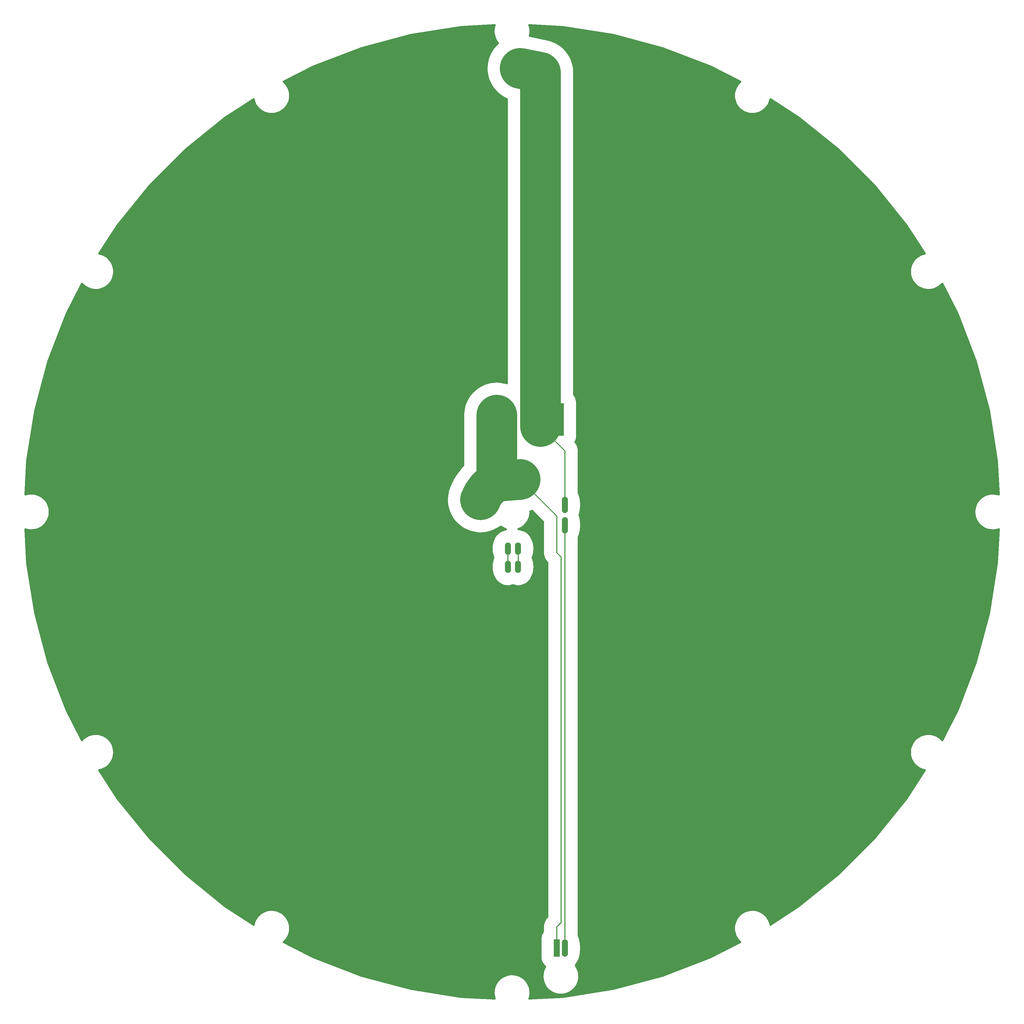
<source format=gbr>
G04 DipTrace 2.3.1.0*
%INBottom  58742 rev4 Onyx Blackpoint Engineering.gbr*%
%MOIN*%
%ADD13C,0.013*%
%ADD14C,0.5*%
%ADD18C,0.025*%
%ADD20O,0.075X0.2*%
%ADD21O,0.075X0.15*%
%ADD22O,0.075X0.2125*%
%ADD32C,0.06*%
%FSLAX44Y44*%
G04*
G70*
G90*
G75*
G01*
%LNBottom*%
%LPD*%
X64464Y60464D2*
D13*
Y58214D1*
X65714Y60464D2*
Y58214D1*
X70464Y11964D2*
Y14003D1*
X70994Y14481D1*
Y59434D1*
X70464Y59964D1*
Y64464D1*
X65964Y68964D1*
D14*
X63089Y68714D1*
G03X61089Y66464I1966J-3761D01*
G01*
X63089Y68714D2*
Y76839D1*
X65964Y119464D2*
X68464Y118964D1*
Y75464D1*
D13*
X71464Y72464D1*
Y65964D1*
Y63464D2*
Y11464D1*
D32*
X65589Y119089D3*
X69964Y118839D3*
X68214Y118901D3*
X69089D3*
X66464Y119026D3*
X67339D3*
X64714Y119089D3*
X60589Y65214D3*
X60839Y66214D3*
X61339Y67089D3*
X62089Y67839D3*
X63089Y68339D3*
X64214Y68589D3*
X65339Y68464D3*
X60246Y124612D2*
D18*
X62754D1*
X67175D2*
X69680D1*
X57660Y124363D2*
X62700D1*
X67226D2*
X72266D1*
X56089Y124115D2*
X62676D1*
X67250D2*
X73836D1*
X54519Y123866D2*
X62680D1*
X67250D2*
X75407D1*
X52949Y123617D2*
X62711D1*
X67218D2*
X76977D1*
X51851Y123369D2*
X62770D1*
X67546D2*
X78075D1*
X50925Y123120D2*
X62860D1*
X68789D2*
X79004D1*
X49996Y122871D2*
X62985D1*
X69839D2*
X79930D1*
X49066Y122623D2*
X63157D1*
X70414D2*
X80860D1*
X48140Y122374D2*
X63000D1*
X70828D2*
X81789D1*
X47211Y122125D2*
X62774D1*
X71152D2*
X82715D1*
X46343Y121877D2*
X62582D1*
X71421D2*
X83586D1*
X45695Y121628D2*
X62414D1*
X71652D2*
X84231D1*
X45046Y121379D2*
X62274D1*
X71843D2*
X84879D1*
X44398Y121131D2*
X62153D1*
X72011D2*
X85528D1*
X43750Y120882D2*
X62055D1*
X72152D2*
X86176D1*
X43101Y120633D2*
X61973D1*
X72273D2*
X86825D1*
X42457Y120384D2*
X61907D1*
X72371D2*
X87473D1*
X41808Y120136D2*
X61860D1*
X72453D2*
X88121D1*
X41160Y119887D2*
X61825D1*
X72519D2*
X88766D1*
X40539Y119638D2*
X61809D1*
X72570D2*
X89387D1*
X40050Y119390D2*
X61805D1*
X72601D2*
X89875D1*
X39562Y119141D2*
X61817D1*
X72621D2*
X90364D1*
X39074Y118892D2*
X61844D1*
X72625D2*
X90852D1*
X38589Y118644D2*
X61887D1*
X72625D2*
X91340D1*
X38101Y118395D2*
X61946D1*
X72625D2*
X91829D1*
X37613Y118146D2*
X62020D1*
X72625D2*
X92317D1*
X37125Y117898D2*
X62114D1*
X72625D2*
X92805D1*
X37121Y117649D2*
X62223D1*
X72625D2*
X92809D1*
X37320Y117400D2*
X62356D1*
X72625D2*
X92606D1*
X37472Y117152D2*
X62512D1*
X72625D2*
X92457D1*
X37582Y116903D2*
X62692D1*
X72625D2*
X92344D1*
X37660Y116654D2*
X62907D1*
X72625D2*
X92270D1*
X37707Y116405D2*
X63157D1*
X72625D2*
X92223D1*
X37726Y116157D2*
X63457D1*
X72625D2*
X92204D1*
X37718Y115908D2*
X63829D1*
X72625D2*
X92211D1*
X37683Y115659D2*
X64305D1*
X72625D2*
X92246D1*
X32843Y115411D2*
X33254D1*
X37617D2*
X64305D1*
X72625D2*
X92313D1*
X96671D2*
X97082D1*
X32461Y115162D2*
X33352D1*
X37519D2*
X64305D1*
X72625D2*
X92407D1*
X96574D2*
X97465D1*
X32078Y114913D2*
X33485D1*
X37386D2*
X64305D1*
X72625D2*
X92539D1*
X96441D2*
X97848D1*
X31695Y114665D2*
X33664D1*
X37207D2*
X64305D1*
X72625D2*
X92719D1*
X96261D2*
X98231D1*
X31312Y114416D2*
X33903D1*
X36968D2*
X64305D1*
X72625D2*
X92957D1*
X96023D2*
X98614D1*
X30929Y114167D2*
X34243D1*
X36632D2*
X64305D1*
X72625D2*
X93297D1*
X95687D2*
X98996D1*
X30546Y113919D2*
X34829D1*
X36046D2*
X64305D1*
X72625D2*
X93883D1*
X95101D2*
X99379D1*
X30164Y113670D2*
X64305D1*
X72625D2*
X99762D1*
X29781Y113421D2*
X64305D1*
X72625D2*
X100145D1*
X29476Y113173D2*
X64305D1*
X72625D2*
X100454D1*
X29168Y112924D2*
X64305D1*
X72625D2*
X100758D1*
X28859Y112675D2*
X64305D1*
X72625D2*
X101067D1*
X28554Y112426D2*
X64305D1*
X72625D2*
X101375D1*
X28246Y112178D2*
X64305D1*
X72625D2*
X101680D1*
X27937Y111929D2*
X64305D1*
X72625D2*
X101989D1*
X27632Y111680D2*
X64305D1*
X72625D2*
X102293D1*
X27324Y111432D2*
X64305D1*
X72625D2*
X102602D1*
X27019Y111183D2*
X64305D1*
X72625D2*
X102911D1*
X26711Y110934D2*
X64305D1*
X72625D2*
X103215D1*
X26402Y110686D2*
X64305D1*
X72625D2*
X103524D1*
X26097Y110437D2*
X64305D1*
X72625D2*
X103832D1*
X25789Y110188D2*
X64305D1*
X72625D2*
X104137D1*
X25484Y109940D2*
X64305D1*
X72625D2*
X104446D1*
X25175Y109691D2*
X64305D1*
X72625D2*
X104750D1*
X24875Y109442D2*
X64305D1*
X72625D2*
X105051D1*
X24629Y109194D2*
X64305D1*
X72625D2*
X105301D1*
X24379Y108945D2*
X64305D1*
X72625D2*
X105547D1*
X24129Y108696D2*
X64305D1*
X72625D2*
X105797D1*
X23882Y108447D2*
X64305D1*
X72625D2*
X106047D1*
X23632Y108199D2*
X64305D1*
X72625D2*
X106293D1*
X23382Y107950D2*
X64305D1*
X72625D2*
X106543D1*
X23136Y107701D2*
X64305D1*
X72625D2*
X106793D1*
X22886Y107453D2*
X64305D1*
X72625D2*
X107039D1*
X22636Y107204D2*
X64305D1*
X72625D2*
X107289D1*
X22390Y106955D2*
X64305D1*
X72625D2*
X107539D1*
X22140Y106707D2*
X64305D1*
X72625D2*
X107786D1*
X21890Y106458D2*
X64305D1*
X72625D2*
X108036D1*
X21644Y106209D2*
X64305D1*
X72625D2*
X108286D1*
X21394Y105961D2*
X64305D1*
X72625D2*
X108532D1*
X21144Y105712D2*
X64305D1*
X72625D2*
X108782D1*
X20898Y105463D2*
X64305D1*
X72625D2*
X109032D1*
X20648Y105215D2*
X64305D1*
X72625D2*
X109278D1*
X20414Y104966D2*
X64305D1*
X72625D2*
X109512D1*
X20214Y104717D2*
X64305D1*
X72625D2*
X109715D1*
X20011Y104468D2*
X64305D1*
X72625D2*
X109914D1*
X19808Y104220D2*
X64305D1*
X72625D2*
X110118D1*
X19609Y103971D2*
X64305D1*
X72625D2*
X110317D1*
X19406Y103722D2*
X64305D1*
X72625D2*
X110520D1*
X19207Y103474D2*
X64305D1*
X72625D2*
X110723D1*
X19004Y103225D2*
X64305D1*
X72625D2*
X110922D1*
X18804Y102976D2*
X64305D1*
X72625D2*
X111125D1*
X18601Y102728D2*
X64305D1*
X72625D2*
X111325D1*
X18402Y102479D2*
X64305D1*
X72625D2*
X111528D1*
X18199Y102230D2*
X64305D1*
X72625D2*
X111727D1*
X17996Y101982D2*
X64305D1*
X72625D2*
X111930D1*
X17796Y101733D2*
X64305D1*
X72625D2*
X112129D1*
X17593Y101484D2*
X64305D1*
X72625D2*
X112332D1*
X17394Y101236D2*
X64305D1*
X72625D2*
X112536D1*
X17191Y100987D2*
X64305D1*
X72625D2*
X112735D1*
X16992Y100738D2*
X64305D1*
X72625D2*
X112938D1*
X16789Y100489D2*
X64305D1*
X72625D2*
X113137D1*
X16589Y100241D2*
X64305D1*
X72625D2*
X113340D1*
X16414Y99992D2*
X64305D1*
X72625D2*
X113512D1*
X16254Y99743D2*
X64305D1*
X72625D2*
X113672D1*
X16093Y99495D2*
X64305D1*
X72625D2*
X113836D1*
X15929Y99246D2*
X64305D1*
X72625D2*
X113996D1*
X15769Y98997D2*
X64305D1*
X72625D2*
X114157D1*
X15609Y98749D2*
X64305D1*
X72625D2*
X114321D1*
X15445Y98500D2*
X64305D1*
X72625D2*
X114481D1*
X15285Y98251D2*
X64305D1*
X72625D2*
X114641D1*
X15125Y98003D2*
X64305D1*
X72625D2*
X114805D1*
X14961Y97754D2*
X64305D1*
X72625D2*
X114965D1*
X14800Y97505D2*
X64305D1*
X72625D2*
X115125D1*
X14640Y97257D2*
X64305D1*
X72625D2*
X115289D1*
X14476Y97008D2*
X64305D1*
X72625D2*
X115450D1*
X14316Y96759D2*
X64305D1*
X72625D2*
X115610D1*
X14871Y96510D2*
X64305D1*
X72625D2*
X115055D1*
X15257Y96262D2*
X64305D1*
X72625D2*
X114668D1*
X15523Y96013D2*
X64305D1*
X72625D2*
X114403D1*
X15718Y95764D2*
X64305D1*
X72625D2*
X114207D1*
X15867Y95516D2*
X64305D1*
X72625D2*
X114063D1*
X15972Y95267D2*
X64305D1*
X72625D2*
X113954D1*
X16046Y95018D2*
X64305D1*
X72625D2*
X113879D1*
X16093Y94770D2*
X64305D1*
X72625D2*
X113832D1*
X16109Y94521D2*
X64305D1*
X72625D2*
X113817D1*
X16101Y94272D2*
X64305D1*
X72625D2*
X113829D1*
X16062Y94024D2*
X64305D1*
X72625D2*
X113868D1*
X15996Y93775D2*
X64305D1*
X72625D2*
X113934D1*
X15894Y93526D2*
X64305D1*
X72625D2*
X114032D1*
X15757Y93278D2*
X64305D1*
X72625D2*
X114168D1*
X15574Y93029D2*
X64305D1*
X72625D2*
X114352D1*
X12031Y92780D2*
X12313D1*
X15328D2*
X64305D1*
X72625D2*
X114598D1*
X117617D2*
X117899D1*
X11902Y92531D2*
X12661D1*
X14980D2*
X64305D1*
X72625D2*
X114946D1*
X117269D2*
X118024D1*
X11777Y92283D2*
X13293D1*
X14347D2*
X64305D1*
X72625D2*
X115579D1*
X116636D2*
X118149D1*
X11648Y92034D2*
X64305D1*
X72625D2*
X118278D1*
X11523Y91785D2*
X64305D1*
X72625D2*
X118403D1*
X11398Y91537D2*
X64305D1*
X72625D2*
X118532D1*
X11269Y91288D2*
X64305D1*
X72625D2*
X118657D1*
X11144Y91039D2*
X64305D1*
X72625D2*
X118786D1*
X11015Y90791D2*
X64305D1*
X72625D2*
X118911D1*
X10890Y90542D2*
X64305D1*
X72625D2*
X119039D1*
X10761Y90293D2*
X64305D1*
X72625D2*
X119164D1*
X10636Y90045D2*
X64305D1*
X72625D2*
X119289D1*
X10507Y89796D2*
X64305D1*
X72625D2*
X119418D1*
X10382Y89547D2*
X64305D1*
X72625D2*
X119543D1*
X10257Y89299D2*
X64305D1*
X72625D2*
X119668D1*
X10164Y89050D2*
X64305D1*
X72625D2*
X119762D1*
X10070Y88801D2*
X64305D1*
X72625D2*
X119860D1*
X9972Y88552D2*
X64305D1*
X72625D2*
X119954D1*
X9879Y88304D2*
X64305D1*
X72625D2*
X120051D1*
X9781Y88055D2*
X64305D1*
X72625D2*
X120145D1*
X9687Y87806D2*
X64305D1*
X72625D2*
X120243D1*
X9589Y87558D2*
X64305D1*
X72625D2*
X120336D1*
X9496Y87309D2*
X64305D1*
X72625D2*
X120430D1*
X9402Y87060D2*
X64305D1*
X72625D2*
X120528D1*
X9304Y86812D2*
X64305D1*
X72625D2*
X120621D1*
X9211Y86563D2*
X64305D1*
X72625D2*
X120719D1*
X9113Y86314D2*
X64305D1*
X72625D2*
X120813D1*
X9019Y86066D2*
X64305D1*
X72625D2*
X120911D1*
X8921Y85817D2*
X64305D1*
X72625D2*
X121004D1*
X8828Y85568D2*
X64305D1*
X72625D2*
X121098D1*
X8730Y85320D2*
X64305D1*
X72625D2*
X121196D1*
X8636Y85071D2*
X64305D1*
X72625D2*
X121289D1*
X8543Y84822D2*
X64305D1*
X72625D2*
X121387D1*
X8445Y84573D2*
X64305D1*
X72625D2*
X121481D1*
X8351Y84325D2*
X64305D1*
X72625D2*
X121579D1*
X8254Y84076D2*
X64305D1*
X72625D2*
X121672D1*
X8160Y83827D2*
X64305D1*
X72625D2*
X121770D1*
X8062Y83579D2*
X64305D1*
X72625D2*
X121864D1*
X7984Y83330D2*
X64305D1*
X72625D2*
X121942D1*
X7918Y83081D2*
X64305D1*
X72625D2*
X122008D1*
X7851Y82833D2*
X64305D1*
X72625D2*
X122075D1*
X7785Y82584D2*
X64305D1*
X72625D2*
X122141D1*
X7718Y82335D2*
X64305D1*
X72625D2*
X122207D1*
X7652Y82087D2*
X64305D1*
X72625D2*
X122274D1*
X7586Y81838D2*
X64305D1*
X72625D2*
X122344D1*
X7519Y81589D2*
X64305D1*
X72625D2*
X122411D1*
X7453Y81341D2*
X64305D1*
X72625D2*
X122477D1*
X7386Y81092D2*
X64305D1*
X72625D2*
X122543D1*
X7320Y80843D2*
X62036D1*
X64144D2*
X64305D1*
X72625D2*
X122610D1*
X7254Y80594D2*
X61332D1*
X72625D2*
X122676D1*
X7183Y80346D2*
X60871D1*
X72625D2*
X122743D1*
X7117Y80097D2*
X60520D1*
X72625D2*
X122809D1*
X7050Y79848D2*
X60227D1*
X72625D2*
X122875D1*
X6984Y79600D2*
X59985D1*
X72625D2*
X122942D1*
X6918Y79351D2*
X59778D1*
X72640D2*
X123008D1*
X6851Y79102D2*
X59602D1*
X72800D2*
X123075D1*
X6785Y78854D2*
X59454D1*
X72910D2*
X123141D1*
X6718Y78605D2*
X59325D1*
X72968D2*
X123207D1*
X6652Y78356D2*
X59219D1*
X72992D2*
X123274D1*
X6586Y78108D2*
X59129D1*
X72992D2*
X123340D1*
X6519Y77859D2*
X59055D1*
X72992D2*
X123407D1*
X6453Y77610D2*
X59000D1*
X72992D2*
X123477D1*
X6390Y77362D2*
X58961D1*
X72992D2*
X123536D1*
X6351Y77113D2*
X58938D1*
X72992D2*
X123575D1*
X6312Y76864D2*
X58930D1*
X72992D2*
X123614D1*
X6273Y76615D2*
X58930D1*
X72992D2*
X123653D1*
X6234Y76367D2*
X58930D1*
X72992D2*
X123692D1*
X6195Y76118D2*
X58930D1*
X72992D2*
X123731D1*
X6156Y75869D2*
X58930D1*
X72992D2*
X123774D1*
X6117Y75621D2*
X58930D1*
X72992D2*
X123813D1*
X6078Y75372D2*
X58930D1*
X72992D2*
X123852D1*
X6039Y75123D2*
X58930D1*
X72992D2*
X123891D1*
X6000Y74875D2*
X58930D1*
X72992D2*
X123930D1*
X5957Y74626D2*
X58930D1*
X72992D2*
X123969D1*
X5918Y74377D2*
X58930D1*
X72992D2*
X124008D1*
X5879Y74129D2*
X58930D1*
X72980D2*
X124047D1*
X5839Y73880D2*
X58930D1*
X72929D2*
X124086D1*
X5800Y73631D2*
X58930D1*
X72832D2*
X124125D1*
X5761Y73383D2*
X58930D1*
X72918D2*
X124164D1*
X5722Y73134D2*
X58930D1*
X73050D2*
X124204D1*
X5683Y72885D2*
X58930D1*
X73136D2*
X124246D1*
X5644Y72636D2*
X58930D1*
X73179D2*
X124286D1*
X5605Y72388D2*
X58930D1*
X73187D2*
X124325D1*
X5566Y72139D2*
X58930D1*
X73187D2*
X124364D1*
X5527Y71890D2*
X58930D1*
X73187D2*
X124403D1*
X5484Y71642D2*
X58930D1*
X73187D2*
X124442D1*
X5445Y71393D2*
X58930D1*
X73187D2*
X124481D1*
X5414Y71144D2*
X58930D1*
X73187D2*
X124512D1*
X5402Y70896D2*
X58930D1*
X73187D2*
X124524D1*
X5390Y70647D2*
X58883D1*
X73187D2*
X124539D1*
X5375Y70398D2*
X58664D1*
X73187D2*
X124551D1*
X5363Y70150D2*
X58457D1*
X73187D2*
X124563D1*
X5351Y69901D2*
X58270D1*
X73187D2*
X124579D1*
X5336Y69652D2*
X58094D1*
X73187D2*
X124590D1*
X5324Y69404D2*
X57930D1*
X73187D2*
X124602D1*
X5312Y69155D2*
X57782D1*
X73187D2*
X124618D1*
X5296Y68906D2*
X57641D1*
X73187D2*
X124629D1*
X5285Y68657D2*
X57516D1*
X73187D2*
X124641D1*
X5273Y68409D2*
X57399D1*
X73187D2*
X124657D1*
X5257Y68160D2*
X57289D1*
X73187D2*
X124668D1*
X5246Y67911D2*
X57192D1*
X73187D2*
X124680D1*
X5234Y67663D2*
X57106D1*
X73187D2*
X124696D1*
X5218Y67414D2*
X57039D1*
X73187D2*
X124707D1*
X5207Y67165D2*
X5352D1*
X6464D2*
X56989D1*
X73254D2*
X123461D1*
X124574D2*
X124719D1*
X7082Y66917D2*
X56954D1*
X73343D2*
X122848D1*
X7425Y66668D2*
X56934D1*
X73402D2*
X122500D1*
X7668Y66419D2*
X56930D1*
X73453D2*
X122258D1*
X7851Y66171D2*
X56938D1*
X73476D2*
X122079D1*
X7984Y65922D2*
X56965D1*
X73492D2*
X121942D1*
X8086Y65673D2*
X57004D1*
X73484D2*
X121844D1*
X8152Y65425D2*
X57063D1*
X73472D2*
X121778D1*
X8187Y65176D2*
X57133D1*
X73437D2*
X121739D1*
X8199Y64927D2*
X57223D1*
X67254D2*
X67571D1*
X73390D2*
X121731D1*
X8179Y64678D2*
X57332D1*
X67234D2*
X67821D1*
X73320D2*
X121746D1*
X8136Y64430D2*
X57465D1*
X67191D2*
X68067D1*
X73339D2*
X121793D1*
X8058Y64181D2*
X57618D1*
X67113D2*
X68317D1*
X73402D2*
X121868D1*
X7949Y63932D2*
X57793D1*
X67004D2*
X68567D1*
X73449D2*
X121977D1*
X7800Y63684D2*
X58004D1*
X66859D2*
X68739D1*
X73476D2*
X122125D1*
X7605Y63435D2*
X58250D1*
X66660D2*
X68739D1*
X73488D2*
X122321D1*
X7336Y63186D2*
X58543D1*
X66394D2*
X68739D1*
X73488D2*
X122590D1*
X6945Y62938D2*
X58903D1*
X63273D2*
X63926D1*
X66000D2*
X68739D1*
X73472D2*
X122981D1*
X5211Y62689D2*
X59375D1*
X62800D2*
X63704D1*
X66464D2*
X68739D1*
X73441D2*
X124715D1*
X5222Y62440D2*
X60110D1*
X62066D2*
X63282D1*
X66882D2*
X68739D1*
X73390D2*
X124704D1*
X5238Y62192D2*
X63024D1*
X67140D2*
X68739D1*
X73324D2*
X124692D1*
X5250Y61943D2*
X62832D1*
X67336D2*
X68739D1*
X73230D2*
X124676D1*
X5261Y61694D2*
X62700D1*
X67468D2*
X68739D1*
X73187D2*
X124664D1*
X5277Y61446D2*
X62586D1*
X67578D2*
X68739D1*
X73187D2*
X124653D1*
X5289Y61197D2*
X62516D1*
X67648D2*
X68739D1*
X73187D2*
X124637D1*
X5300Y60948D2*
X62461D1*
X67703D2*
X68739D1*
X73187D2*
X124625D1*
X5316Y60699D2*
X62438D1*
X67730D2*
X68739D1*
X73187D2*
X124614D1*
X5328Y60451D2*
X62422D1*
X67742D2*
X68739D1*
X73187D2*
X124598D1*
X5339Y60202D2*
X62438D1*
X67726D2*
X68739D1*
X73187D2*
X124586D1*
X5355Y59953D2*
X62465D1*
X67699D2*
X68739D1*
X73187D2*
X124575D1*
X5367Y59705D2*
X62524D1*
X67644D2*
X68758D1*
X73187D2*
X124559D1*
X5379Y59456D2*
X62594D1*
X67570D2*
X68817D1*
X73187D2*
X124547D1*
X5394Y59207D2*
X62590D1*
X67574D2*
X68914D1*
X73187D2*
X124536D1*
X5406Y58959D2*
X62520D1*
X67644D2*
X69067D1*
X73187D2*
X124520D1*
X5418Y58710D2*
X62461D1*
X67703D2*
X69270D1*
X73187D2*
X124508D1*
X5457Y58461D2*
X62438D1*
X67726D2*
X69270D1*
X73187D2*
X124469D1*
X5496Y58213D2*
X62422D1*
X67742D2*
X69270D1*
X73187D2*
X124430D1*
X5535Y57964D2*
X62438D1*
X67726D2*
X69270D1*
X73187D2*
X124391D1*
X5578Y57715D2*
X62461D1*
X67703D2*
X69270D1*
X73187D2*
X124352D1*
X5617Y57467D2*
X62520D1*
X67644D2*
X69270D1*
X73187D2*
X124313D1*
X5656Y57218D2*
X62590D1*
X67574D2*
X69270D1*
X73187D2*
X124274D1*
X5695Y56969D2*
X62704D1*
X67464D2*
X69270D1*
X73187D2*
X124235D1*
X5734Y56720D2*
X62836D1*
X67328D2*
X69270D1*
X73187D2*
X124192D1*
X5773Y56472D2*
X63032D1*
X67132D2*
X69270D1*
X73187D2*
X124153D1*
X5812Y56223D2*
X63293D1*
X66875D2*
X69270D1*
X73187D2*
X124114D1*
X5851Y55974D2*
X63723D1*
X66445D2*
X69270D1*
X73187D2*
X124075D1*
X5890Y55726D2*
X69270D1*
X73187D2*
X124036D1*
X5929Y55477D2*
X69270D1*
X73187D2*
X123996D1*
X5968Y55228D2*
X69270D1*
X73187D2*
X123957D1*
X6007Y54980D2*
X69270D1*
X73187D2*
X123918D1*
X6050Y54731D2*
X69270D1*
X73187D2*
X123879D1*
X6089Y54482D2*
X69270D1*
X73187D2*
X123840D1*
X6129Y54234D2*
X69270D1*
X73187D2*
X123801D1*
X6168Y53985D2*
X69270D1*
X73187D2*
X123762D1*
X6207Y53736D2*
X69270D1*
X73187D2*
X123719D1*
X6246Y53488D2*
X69270D1*
X73187D2*
X123680D1*
X6285Y53239D2*
X69270D1*
X73187D2*
X123641D1*
X6324Y52990D2*
X69270D1*
X73187D2*
X123602D1*
X6363Y52741D2*
X69270D1*
X73187D2*
X123563D1*
X6406Y52493D2*
X69270D1*
X73187D2*
X123524D1*
X6472Y52244D2*
X69270D1*
X73187D2*
X123457D1*
X6539Y51995D2*
X69270D1*
X73187D2*
X123387D1*
X6605Y51747D2*
X69270D1*
X73187D2*
X123321D1*
X6671Y51498D2*
X69270D1*
X73187D2*
X123254D1*
X6738Y51249D2*
X69270D1*
X73187D2*
X123188D1*
X6804Y51001D2*
X69270D1*
X73187D2*
X123121D1*
X6871Y50752D2*
X69270D1*
X73187D2*
X123055D1*
X6937Y50503D2*
X69270D1*
X73187D2*
X122989D1*
X7004Y50255D2*
X69270D1*
X73187D2*
X122922D1*
X7070Y50006D2*
X69270D1*
X73187D2*
X122856D1*
X7136Y49757D2*
X69270D1*
X73187D2*
X122789D1*
X7203Y49509D2*
X69270D1*
X73187D2*
X122723D1*
X7273Y49260D2*
X69270D1*
X73187D2*
X122657D1*
X7339Y49011D2*
X69270D1*
X73187D2*
X122590D1*
X7406Y48762D2*
X69270D1*
X73187D2*
X122524D1*
X7472Y48514D2*
X69270D1*
X73187D2*
X122457D1*
X7539Y48265D2*
X69270D1*
X73187D2*
X122391D1*
X7605Y48016D2*
X69270D1*
X73187D2*
X122325D1*
X7671Y47768D2*
X69270D1*
X73187D2*
X122254D1*
X7738Y47519D2*
X69270D1*
X73187D2*
X122188D1*
X7804Y47270D2*
X69270D1*
X73187D2*
X122121D1*
X7871Y47022D2*
X69270D1*
X73187D2*
X122055D1*
X7937Y46773D2*
X69270D1*
X73187D2*
X121989D1*
X8004Y46524D2*
X69270D1*
X73187D2*
X121922D1*
X8093Y46276D2*
X69270D1*
X73187D2*
X121836D1*
X8187Y46027D2*
X69270D1*
X73187D2*
X121739D1*
X8281Y45778D2*
X69270D1*
X73187D2*
X121645D1*
X8379Y45530D2*
X69270D1*
X73187D2*
X121547D1*
X8472Y45281D2*
X69270D1*
X73187D2*
X121454D1*
X8570Y45032D2*
X69270D1*
X73187D2*
X121360D1*
X8664Y44783D2*
X69270D1*
X73187D2*
X121262D1*
X8761Y44535D2*
X69270D1*
X73187D2*
X121168D1*
X8855Y44286D2*
X69270D1*
X73187D2*
X121071D1*
X8953Y44037D2*
X69270D1*
X73187D2*
X120977D1*
X9046Y43789D2*
X69270D1*
X73187D2*
X120879D1*
X9140Y43540D2*
X69270D1*
X73187D2*
X120786D1*
X9238Y43291D2*
X69270D1*
X73187D2*
X120692D1*
X9332Y43043D2*
X69270D1*
X73187D2*
X120594D1*
X9429Y42794D2*
X69270D1*
X73187D2*
X120500D1*
X9523Y42545D2*
X69270D1*
X73187D2*
X120403D1*
X9621Y42297D2*
X69270D1*
X73187D2*
X120309D1*
X9714Y42048D2*
X69270D1*
X73187D2*
X120211D1*
X9808Y41799D2*
X69270D1*
X73187D2*
X120118D1*
X9906Y41550D2*
X69270D1*
X73187D2*
X120020D1*
X10000Y41302D2*
X69270D1*
X73187D2*
X119926D1*
X10097Y41053D2*
X69270D1*
X73187D2*
X119832D1*
X10191Y40804D2*
X69270D1*
X73187D2*
X119735D1*
X10293Y40556D2*
X69270D1*
X73187D2*
X119633D1*
X10421Y40307D2*
X69270D1*
X73187D2*
X119508D1*
X10546Y40058D2*
X69270D1*
X73187D2*
X119379D1*
X10671Y39810D2*
X69270D1*
X73187D2*
X119254D1*
X10800Y39561D2*
X69270D1*
X73187D2*
X119125D1*
X10925Y39312D2*
X69270D1*
X73187D2*
X119000D1*
X11054Y39064D2*
X69270D1*
X73187D2*
X118875D1*
X11179Y38815D2*
X69270D1*
X73187D2*
X118746D1*
X11308Y38566D2*
X69270D1*
X73187D2*
X118621D1*
X11433Y38318D2*
X69270D1*
X73187D2*
X118493D1*
X11558Y38069D2*
X69270D1*
X73187D2*
X118368D1*
X11687Y37820D2*
X69270D1*
X73187D2*
X118239D1*
X11812Y37571D2*
X13039D1*
X14601D2*
X69270D1*
X73187D2*
X115329D1*
X116886D2*
X118114D1*
X11941Y37323D2*
X12543D1*
X15097D2*
X69270D1*
X73187D2*
X114829D1*
X117386D2*
X117989D1*
X12066Y37074D2*
X12231D1*
X15410D2*
X69270D1*
X73187D2*
X114516D1*
X117695D2*
X117860D1*
X15632Y36825D2*
X69270D1*
X73187D2*
X114293D1*
X15800Y36577D2*
X69270D1*
X73187D2*
X114125D1*
X15925Y36328D2*
X69270D1*
X73187D2*
X114000D1*
X16015Y36079D2*
X69270D1*
X73187D2*
X113911D1*
X16074Y35831D2*
X69270D1*
X73187D2*
X113852D1*
X16105Y35582D2*
X69270D1*
X73187D2*
X113821D1*
X16109Y35333D2*
X69270D1*
X73187D2*
X113821D1*
X16082Y35085D2*
X69270D1*
X73187D2*
X113844D1*
X16031Y34836D2*
X69270D1*
X73187D2*
X113899D1*
X15945Y34587D2*
X69270D1*
X73187D2*
X113981D1*
X15828Y34339D2*
X69270D1*
X73187D2*
X114102D1*
X15668Y34090D2*
X69270D1*
X73187D2*
X114262D1*
X15453Y33841D2*
X69270D1*
X73187D2*
X114473D1*
X15160Y33592D2*
X69270D1*
X73187D2*
X114766D1*
X14714Y33344D2*
X69270D1*
X73187D2*
X115215D1*
X14363Y33095D2*
X69270D1*
X73187D2*
X115563D1*
X14523Y32846D2*
X69270D1*
X73187D2*
X115403D1*
X14687Y32598D2*
X69270D1*
X73187D2*
X115243D1*
X14847Y32349D2*
X69270D1*
X73187D2*
X115079D1*
X15007Y32100D2*
X69270D1*
X73187D2*
X114918D1*
X15171Y31852D2*
X69270D1*
X73187D2*
X114758D1*
X15332Y31603D2*
X69270D1*
X73187D2*
X114594D1*
X15492Y31354D2*
X69270D1*
X73187D2*
X114434D1*
X15656Y31106D2*
X69270D1*
X73187D2*
X114274D1*
X15816Y30857D2*
X69270D1*
X73187D2*
X114110D1*
X15976Y30608D2*
X69270D1*
X73187D2*
X113950D1*
X16140Y30360D2*
X69270D1*
X73187D2*
X113789D1*
X16300Y30111D2*
X69270D1*
X73187D2*
X113625D1*
X16461Y29862D2*
X69270D1*
X73187D2*
X113465D1*
X16648Y29613D2*
X69270D1*
X73187D2*
X113282D1*
X16847Y29365D2*
X69270D1*
X73187D2*
X113079D1*
X17050Y29116D2*
X69270D1*
X73187D2*
X112879D1*
X17250Y28867D2*
X69270D1*
X73187D2*
X112676D1*
X17453Y28619D2*
X69270D1*
X73187D2*
X112473D1*
X17652Y28370D2*
X69270D1*
X73187D2*
X112274D1*
X17855Y28121D2*
X69270D1*
X73187D2*
X112071D1*
X18058Y27873D2*
X69270D1*
X73187D2*
X111871D1*
X18257Y27624D2*
X69270D1*
X73187D2*
X111668D1*
X18461Y27375D2*
X69270D1*
X73187D2*
X111469D1*
X18660Y27127D2*
X69270D1*
X73187D2*
X111266D1*
X18863Y26878D2*
X69270D1*
X73187D2*
X111067D1*
X19062Y26629D2*
X69270D1*
X73187D2*
X110864D1*
X19265Y26381D2*
X69270D1*
X73187D2*
X110661D1*
X19468Y26132D2*
X69270D1*
X73187D2*
X110461D1*
X19668Y25883D2*
X69270D1*
X73187D2*
X110258D1*
X19871Y25634D2*
X69270D1*
X73187D2*
X110059D1*
X20070Y25386D2*
X69270D1*
X73187D2*
X109856D1*
X20273Y25137D2*
X69270D1*
X73187D2*
X109657D1*
X20472Y24888D2*
X69270D1*
X73187D2*
X109454D1*
X20722Y24640D2*
X69270D1*
X73187D2*
X109207D1*
X20968Y24391D2*
X69270D1*
X73187D2*
X108957D1*
X21218Y24142D2*
X69270D1*
X73187D2*
X108707D1*
X21468Y23894D2*
X69270D1*
X73187D2*
X108461D1*
X21714Y23645D2*
X69270D1*
X73187D2*
X108211D1*
X21964Y23396D2*
X69270D1*
X73187D2*
X107961D1*
X22214Y23148D2*
X69270D1*
X73187D2*
X107715D1*
X22461Y22899D2*
X69270D1*
X73187D2*
X107465D1*
X22711Y22650D2*
X69270D1*
X73187D2*
X107215D1*
X22961Y22402D2*
X69270D1*
X73187D2*
X106969D1*
X23207Y22153D2*
X69270D1*
X73187D2*
X106719D1*
X23457Y21904D2*
X69270D1*
X73187D2*
X106469D1*
X23707Y21655D2*
X69270D1*
X73187D2*
X106223D1*
X23953Y21407D2*
X69270D1*
X73187D2*
X105973D1*
X24203Y21158D2*
X69270D1*
X73187D2*
X105723D1*
X24453Y20909D2*
X69270D1*
X73187D2*
X105477D1*
X24699Y20661D2*
X69270D1*
X73187D2*
X105227D1*
X24957Y20412D2*
X69270D1*
X73187D2*
X104969D1*
X25265Y20163D2*
X69270D1*
X73187D2*
X104661D1*
X25574Y19915D2*
X69270D1*
X73187D2*
X104356D1*
X25879Y19666D2*
X69270D1*
X73187D2*
X104047D1*
X26187Y19417D2*
X69270D1*
X73187D2*
X103739D1*
X26492Y19169D2*
X69270D1*
X73187D2*
X103434D1*
X26800Y18920D2*
X69270D1*
X73187D2*
X103125D1*
X27109Y18671D2*
X69270D1*
X73187D2*
X102821D1*
X27414Y18423D2*
X69270D1*
X73187D2*
X102512D1*
X27722Y18174D2*
X69270D1*
X73187D2*
X102204D1*
X28031Y17925D2*
X69270D1*
X73187D2*
X101899D1*
X28336Y17676D2*
X69270D1*
X73187D2*
X101590D1*
X28644Y17428D2*
X69270D1*
X73187D2*
X101286D1*
X28949Y17179D2*
X69270D1*
X73187D2*
X100977D1*
X29257Y16930D2*
X69270D1*
X73187D2*
X100668D1*
X29566Y16682D2*
X69270D1*
X73187D2*
X100364D1*
X29894Y16433D2*
X69270D1*
X73187D2*
X100032D1*
X30277Y16184D2*
X69270D1*
X73187D2*
X99649D1*
X30660Y15936D2*
X34602D1*
X36269D2*
X69270D1*
X73187D2*
X93657D1*
X95324D2*
X99266D1*
X31043Y15687D2*
X34129D1*
X36746D2*
X69270D1*
X73187D2*
X93184D1*
X95800D2*
X98883D1*
X31425Y15438D2*
X33825D1*
X37046D2*
X69270D1*
X73187D2*
X92883D1*
X96101D2*
X98500D1*
X31808Y15190D2*
X33606D1*
X37265D2*
X69223D1*
X73187D2*
X92661D1*
X96320D2*
X98118D1*
X32191Y14941D2*
X33442D1*
X37429D2*
X69020D1*
X73187D2*
X92496D1*
X96484D2*
X97735D1*
X32574Y14692D2*
X33321D1*
X37550D2*
X68883D1*
X73187D2*
X92375D1*
X96605D2*
X97352D1*
X32957Y14444D2*
X33235D1*
X37640D2*
X68797D1*
X73187D2*
X92289D1*
X96695D2*
X96969D1*
X37695Y14195D2*
X68750D1*
X73187D2*
X92231D1*
X37722Y13946D2*
X68739D1*
X73187D2*
X92204D1*
X37722Y13697D2*
X68739D1*
X73187D2*
X92204D1*
X37695Y13449D2*
X68739D1*
X73187D2*
X92231D1*
X37640Y13200D2*
X68598D1*
X73187D2*
X92289D1*
X37554Y12951D2*
X68496D1*
X73187D2*
X92375D1*
X37429Y12703D2*
X68442D1*
X73281D2*
X92496D1*
X37269Y12454D2*
X68422D1*
X73363D2*
X92661D1*
X37050Y12205D2*
X68422D1*
X73414D2*
X92879D1*
X37265Y11957D2*
X68422D1*
X73457D2*
X92661D1*
X37754Y11708D2*
X68422D1*
X73476D2*
X92172D1*
X38242Y11459D2*
X68422D1*
X73492D2*
X91684D1*
X38730Y11211D2*
X68422D1*
X73484D2*
X91196D1*
X39218Y10962D2*
X68422D1*
X73472D2*
X90707D1*
X39707Y10713D2*
X68422D1*
X73437D2*
X90219D1*
X40195Y10465D2*
X68422D1*
X73390D2*
X89731D1*
X40703Y10216D2*
X68426D1*
X73324D2*
X89227D1*
X41351Y9967D2*
X68465D1*
X73234D2*
X88579D1*
X41996Y9718D2*
X68543D1*
X73117D2*
X87930D1*
X42644Y9470D2*
X68672D1*
X72953D2*
X87282D1*
X43293Y9221D2*
X68860D1*
X72836D2*
X86633D1*
X43941Y8972D2*
X68938D1*
X72988D2*
X85985D1*
X44589Y8724D2*
X68825D1*
X73101D2*
X85336D1*
X45238Y8475D2*
X68746D1*
X73183D2*
X84692D1*
X45886Y8226D2*
X68696D1*
X73230D2*
X84043D1*
X46554Y7978D2*
X64016D1*
X65910D2*
X68676D1*
X73254D2*
X83371D1*
X47484Y7729D2*
X63590D1*
X66336D2*
X68680D1*
X73246D2*
X82442D1*
X48410Y7480D2*
X63309D1*
X66621D2*
X68715D1*
X73214D2*
X81516D1*
X49339Y7232D2*
X63102D1*
X66828D2*
X68778D1*
X73148D2*
X80586D1*
X50269Y6983D2*
X62946D1*
X66984D2*
X68871D1*
X73054D2*
X79661D1*
X51195Y6734D2*
X62829D1*
X67097D2*
X69000D1*
X72925D2*
X78731D1*
X52125Y6486D2*
X62750D1*
X67179D2*
X69176D1*
X72750D2*
X77801D1*
X53410Y6237D2*
X62700D1*
X67230D2*
X69411D1*
X72515D2*
X76516D1*
X54980Y5988D2*
X62676D1*
X67254D2*
X69739D1*
X72191D2*
X74946D1*
X56550Y5739D2*
X62680D1*
X67246D2*
X70286D1*
X71640D2*
X73375D1*
X58121Y5491D2*
X62711D1*
X67214D2*
X71805D1*
X61636Y5242D2*
X62774D1*
X67152D2*
X68289D1*
X67227Y65026D2*
X67225Y64839D1*
X67198Y64590D1*
X67143Y64347D1*
X67062Y64110D1*
X66955Y63884D1*
X66824Y63672D1*
X66670Y63474D1*
X66496Y63296D1*
X66303Y63137D1*
X66093Y63001D1*
X65870Y62888D1*
X65773Y62844D1*
X66014Y62817D1*
X66201Y62769D1*
X66469Y62676D1*
X66684Y62564D1*
X66881Y62421D1*
X67060Y62248D1*
X67225Y62062D1*
X67337Y61897D1*
X67473Y61633D1*
X67568Y61400D1*
X67649Y61096D1*
X67693Y60833D1*
X67718Y60465D1*
X67694Y60100D1*
X67651Y59836D1*
X67560Y59496D1*
X67499Y59343D1*
X67556Y59186D1*
X67649Y58846D1*
X67693Y58583D1*
X67718Y58215D1*
X67694Y57850D1*
X67651Y57586D1*
X67560Y57246D1*
X67473Y57039D1*
X67331Y56764D1*
X67188Y56562D1*
X66990Y56352D1*
X66843Y56219D1*
X66680Y56105D1*
X66505Y56011D1*
X66317Y55939D1*
X66045Y55861D1*
X65804Y55828D1*
X65561Y55832D1*
X65321Y55872D1*
X65091Y55941D1*
X64874Y55879D1*
X64635Y55835D1*
X64392Y55827D1*
X64151Y55855D1*
X63964Y55902D1*
X63696Y55995D1*
X63481Y56107D1*
X63284Y56250D1*
X63105Y56423D1*
X62940Y56609D1*
X62829Y56774D1*
X62692Y57039D1*
X62597Y57271D1*
X62517Y57575D1*
X62472Y57838D1*
X62448Y58206D1*
X62471Y58571D1*
X62514Y58835D1*
X62605Y59175D1*
X62666Y59329D1*
X62609Y59485D1*
X62517Y59825D1*
X62472Y60088D1*
X62448Y60456D1*
X62471Y60821D1*
X62514Y61085D1*
X62605Y61425D1*
X62692Y61633D1*
X62834Y61907D1*
X62977Y62109D1*
X63175Y62319D1*
X63322Y62452D1*
X63485Y62567D1*
X63661Y62660D1*
X63848Y62733D1*
X64121Y62810D1*
X64207Y62826D1*
X63935Y62946D1*
X63719Y63071D1*
X63583Y63169D1*
X63353Y63004D1*
X63030Y62813D1*
X62691Y62652D1*
X62340Y62522D1*
X61978Y62425D1*
X61608Y62361D1*
X61235Y62331D1*
X60860Y62335D1*
X60487Y62373D1*
X60119Y62444D1*
X59759Y62548D1*
X59410Y62685D1*
X59074Y62852D1*
X58755Y63050D1*
X58456Y63275D1*
X58178Y63527D1*
X57924Y63802D1*
X57696Y64100D1*
X57496Y64417D1*
X57325Y64751D1*
X57185Y65099D1*
X57078Y65458D1*
X57003Y65825D1*
X56962Y66198D1*
X56955Y66572D1*
X56982Y66946D1*
X57042Y67316D1*
X57136Y67679D1*
X57259Y68023D1*
X57459Y68487D1*
X57657Y68887D1*
X57907Y69326D1*
X58148Y69696D1*
X58447Y70103D1*
X58730Y70448D1*
X58953Y70694D1*
X58956Y76964D1*
X58984Y77337D1*
X59046Y77707D1*
X59141Y78070D1*
X59269Y78422D1*
X59428Y78762D1*
X59617Y79085D1*
X59820Y79374D1*
X59857Y79418D1*
X60079Y79675D1*
X60349Y79935D1*
X60640Y80171D1*
X60952Y80379D1*
X61281Y80558D1*
X61626Y80706D1*
X61982Y80823D1*
X62347Y80907D1*
X62719Y80957D1*
X63093Y80974D1*
X63468Y80956D1*
X63839Y80905D1*
X64204Y80820D1*
X64328Y80783D1*
X64329Y115663D1*
X63982Y115834D1*
X63662Y116029D1*
X63360Y116251D1*
X63080Y116500D1*
X62823Y116773D1*
X62593Y117069D1*
X62390Y117384D1*
X62216Y117716D1*
X62073Y118063D1*
X61962Y118421D1*
X61884Y118788D1*
X61840Y119160D1*
X61829Y119535D1*
X61853Y119909D1*
X61910Y120279D1*
X62000Y120643D1*
X62123Y120997D1*
X62278Y121339D1*
X62463Y121665D1*
X62677Y121973D1*
X62918Y122260D1*
X63183Y122524D1*
X63229Y122564D1*
X63098Y122734D1*
X62968Y122948D1*
X62862Y123174D1*
X62782Y123411D1*
X62728Y123655D1*
X62702Y123903D1*
X62703Y124153D1*
X62731Y124401D1*
X62787Y124645D1*
X62819Y124745D1*
X61600Y124684D1*
X58701Y124532D1*
X52509Y123552D1*
X46453Y121929D1*
X40600Y119682D1*
X36926Y117811D1*
X37071Y117675D1*
X37234Y117485D1*
X37374Y117278D1*
X37492Y117058D1*
X37584Y116826D1*
X37650Y116585D1*
X37689Y116338D1*
X37701Y116107D1*
X37687Y115857D1*
X37646Y115611D1*
X37578Y115370D1*
X37484Y115139D1*
X37365Y114919D1*
X37222Y114714D1*
X37058Y114526D1*
X36874Y114357D1*
X36672Y114209D1*
X36456Y114084D1*
X36227Y113984D1*
X35988Y113910D1*
X35743Y113863D1*
X35494Y113843D1*
X35244Y113850D1*
X34997Y113885D1*
X34755Y113947D1*
X34521Y114035D1*
X34298Y114148D1*
X34089Y114286D1*
X33897Y114445D1*
X33723Y114625D1*
X33570Y114822D1*
X33440Y115036D1*
X33335Y115262D1*
X33254Y115499D1*
X33214Y115670D1*
X31876Y114797D1*
X29756Y113421D1*
X24884Y109475D1*
X20450Y105042D1*
X16505Y100169D1*
X14261Y96713D1*
X14511Y96648D1*
X14744Y96559D1*
X14966Y96445D1*
X15175Y96307D1*
X15366Y96147D1*
X15539Y95966D1*
X15691Y95768D1*
X15820Y95554D1*
X15925Y95327D1*
X16005Y95090D1*
X16057Y94846D1*
X16083Y94598D1*
X16082Y94366D1*
X16054Y94118D1*
X16000Y93874D1*
X15918Y93638D1*
X15812Y93412D1*
X15681Y93199D1*
X15527Y93002D1*
X15353Y92823D1*
X15160Y92664D1*
X14950Y92528D1*
X14727Y92416D1*
X14493Y92328D1*
X14251Y92267D1*
X14003Y92234D1*
X13753Y92227D1*
X13504Y92248D1*
X13259Y92297D1*
X13021Y92372D1*
X12792Y92473D1*
X12576Y92598D1*
X12375Y92747D1*
X12192Y92917D1*
X12116Y93000D1*
X10244Y89325D1*
X7998Y83471D1*
X6375Y77416D1*
X5394Y71223D1*
X5182Y67108D1*
X5365Y67163D1*
X5611Y67209D1*
X5860Y67228D1*
X6110Y67220D1*
X6357Y67184D1*
X6599Y67121D1*
X6832Y67032D1*
X7054Y66917D1*
X7263Y66779D1*
X7454Y66619D1*
X7627Y66439D1*
X7779Y66240D1*
X7909Y66027D1*
X8014Y65800D1*
X8093Y65563D1*
X8146Y65319D1*
X8171Y65070D1*
X8170Y64839D1*
X8143Y64590D1*
X8088Y64347D1*
X8007Y64110D1*
X7900Y63884D1*
X7769Y63672D1*
X7615Y63474D1*
X7441Y63296D1*
X7248Y63137D1*
X7038Y63001D1*
X6815Y62888D1*
X6581Y62801D1*
X6339Y62740D1*
X6091Y62706D1*
X5841Y62700D1*
X5592Y62721D1*
X5347Y62769D1*
X5179Y62820D1*
X5395Y58701D1*
X6376Y52509D1*
X7999Y46453D1*
X10245Y40600D1*
X12120Y36932D1*
X12295Y37110D1*
X12489Y37268D1*
X12699Y37404D1*
X12922Y37515D1*
X13157Y37602D1*
X13399Y37662D1*
X13647Y37694D1*
X13897Y37700D1*
X14146Y37678D1*
X14391Y37628D1*
X14629Y37552D1*
X14857Y37450D1*
X15072Y37324D1*
X15273Y37174D1*
X15455Y37004D1*
X15618Y36814D1*
X15759Y36608D1*
X15876Y36387D1*
X15968Y36155D1*
X16034Y35914D1*
X16074Y35667D1*
X16085Y35436D1*
X16072Y35187D1*
X16030Y34940D1*
X15962Y34700D1*
X15868Y34468D1*
X15749Y34249D1*
X15607Y34043D1*
X15442Y33855D1*
X15258Y33686D1*
X15057Y33538D1*
X14840Y33414D1*
X14611Y33314D1*
X14373Y33239D1*
X14262Y33215D1*
X16507Y29756D1*
X20452Y24884D1*
X24886Y20450D1*
X29758Y16505D1*
X33214Y14261D1*
X33259Y14446D1*
X33341Y14682D1*
X33449Y14908D1*
X33581Y15120D1*
X33736Y15317D1*
X33911Y15495D1*
X34104Y15653D1*
X34314Y15788D1*
X34538Y15900D1*
X34772Y15986D1*
X35015Y16046D1*
X35263Y16079D1*
X35512Y16084D1*
X35761Y16062D1*
X36006Y16012D1*
X36244Y15936D1*
X36472Y15834D1*
X36688Y15708D1*
X36888Y15559D1*
X37071Y15388D1*
X37234Y15198D1*
X37374Y14992D1*
X37492Y14771D1*
X37584Y14539D1*
X37650Y14298D1*
X37689Y14051D1*
X37701Y13820D1*
X37687Y13571D1*
X37646Y13324D1*
X37578Y13084D1*
X37484Y12853D1*
X37365Y12633D1*
X37222Y12428D1*
X37058Y12239D1*
X36930Y12119D1*
X37905Y11619D1*
X40603Y10244D1*
X46456Y7998D1*
X52512Y6375D1*
X58704Y5394D1*
X62819Y5181D1*
X62752Y5422D1*
X62711Y5668D1*
X62699Y5918D1*
X62713Y6167D1*
X62756Y6414D1*
X62825Y6654D1*
X62920Y6885D1*
X63040Y7104D1*
X63183Y7309D1*
X63348Y7496D1*
X63533Y7664D1*
X63735Y7811D1*
X63952Y7935D1*
X64181Y8034D1*
X64420Y8107D1*
X64666Y8154D1*
X64915Y8173D1*
X65165Y8165D1*
X65412Y8129D1*
X65654Y8066D1*
X65887Y7977D1*
X66110Y7862D1*
X66318Y7724D1*
X66510Y7564D1*
X66682Y7384D1*
X66834Y7185D1*
X66964Y6971D1*
X67069Y6745D1*
X67148Y6508D1*
X67201Y6263D1*
X67226Y6015D1*
X67225Y5784D1*
X67198Y5535D1*
X67143Y5291D1*
X67107Y5176D1*
X68327Y5243D1*
X71226Y5395D1*
X77418Y6376D1*
X83474Y7998D1*
X89327Y10245D1*
X92999Y12116D1*
X92863Y12246D1*
X92699Y12435D1*
X92558Y12641D1*
X92439Y12861D1*
X92346Y13093D1*
X92279Y13334D1*
X92239Y13580D1*
X92226Y13830D1*
X92241Y14079D1*
X92283Y14325D1*
X92352Y14566D1*
X92447Y14797D1*
X92567Y15016D1*
X92711Y15220D1*
X92876Y15408D1*
X93060Y15576D1*
X93263Y15723D1*
X93480Y15847D1*
X93709Y15946D1*
X93948Y16019D1*
X94193Y16066D1*
X94443Y16085D1*
X94692Y16076D1*
X94940Y16041D1*
X95181Y15978D1*
X95415Y15888D1*
X95637Y15774D1*
X95845Y15636D1*
X96037Y15476D1*
X96210Y15295D1*
X96362Y15097D1*
X96491Y14883D1*
X96596Y14657D1*
X96675Y14420D1*
X96712Y14264D1*
X97632Y14858D1*
X100171Y16507D1*
X105044Y20452D1*
X109477Y24886D1*
X113422Y29758D1*
X115667Y33214D1*
X115425Y33276D1*
X115192Y33364D1*
X114969Y33478D1*
X114760Y33615D1*
X114568Y33774D1*
X114394Y33954D1*
X114241Y34152D1*
X114111Y34365D1*
X114005Y34591D1*
X113925Y34828D1*
X113871Y35072D1*
X113845Y35320D1*
X113846Y35570D1*
X113874Y35819D1*
X113930Y36062D1*
X114012Y36298D1*
X114120Y36524D1*
X114252Y36736D1*
X114406Y36932D1*
X114581Y37110D1*
X114775Y37268D1*
X114985Y37404D1*
X115209Y37515D1*
X115443Y37602D1*
X115686Y37662D1*
X115933Y37694D1*
X116183Y37700D1*
X116432Y37678D1*
X116677Y37628D1*
X116915Y37552D1*
X117143Y37450D1*
X117359Y37324D1*
X117559Y37174D1*
X117742Y37004D1*
X117813Y36926D1*
X118479Y38239D1*
X119683Y40603D1*
X121930Y46456D1*
X123552Y52512D1*
X124533Y58704D1*
X124748Y62819D1*
X124571Y62767D1*
X124326Y62720D1*
X124077Y62699D1*
X123827Y62707D1*
X123579Y62742D1*
X123337Y62804D1*
X123104Y62892D1*
X122881Y63005D1*
X122672Y63142D1*
X122480Y63302D1*
X122306Y63481D1*
X122153Y63679D1*
X122023Y63892D1*
X121917Y64119D1*
X121837Y64355D1*
X121783Y64600D1*
X121757Y64848D1*
X121758Y65098D1*
X121786Y65346D1*
X121842Y65590D1*
X121924Y65826D1*
X122032Y66051D1*
X122164Y66263D1*
X122318Y66460D1*
X122493Y66638D1*
X122687Y66796D1*
X122897Y66931D1*
X123121Y67043D1*
X123355Y67129D1*
X123598Y67189D1*
X123845Y67222D1*
X124095Y67227D1*
X124344Y67205D1*
X124589Y67156D1*
X124750Y67107D1*
X124533Y71226D1*
X123552Y77418D1*
X121929Y83474D1*
X119682Y89327D1*
X117811Y92999D1*
X117639Y92823D1*
X117446Y92664D1*
X117237Y92528D1*
X117014Y92416D1*
X116779Y92328D1*
X116537Y92267D1*
X116290Y92234D1*
X116040Y92227D1*
X115791Y92248D1*
X115546Y92297D1*
X115307Y92372D1*
X115079Y92473D1*
X114863Y92598D1*
X114662Y92747D1*
X114478Y92917D1*
X114315Y93106D1*
X114173Y93312D1*
X114055Y93532D1*
X113962Y93764D1*
X113895Y94004D1*
X113855Y94251D1*
X113842Y94500D1*
X113857Y94750D1*
X113899Y94996D1*
X113968Y95236D1*
X114063Y95467D1*
X114183Y95687D1*
X114326Y95891D1*
X114491Y96079D1*
X114676Y96247D1*
X114878Y96394D1*
X115095Y96518D1*
X115325Y96617D1*
X115564Y96690D1*
X115667Y96713D1*
X113421Y100171D1*
X109475Y105044D1*
X105042Y109477D1*
X100169Y113422D1*
X96713Y115667D1*
X96670Y115490D1*
X96589Y115253D1*
X96482Y115028D1*
X96351Y114815D1*
X96198Y114618D1*
X96023Y114439D1*
X95830Y114280D1*
X95621Y114144D1*
X95398Y114031D1*
X95164Y113944D1*
X94921Y113883D1*
X94674Y113849D1*
X94424Y113843D1*
X94175Y113864D1*
X93930Y113912D1*
X93692Y113988D1*
X93463Y114089D1*
X93247Y114214D1*
X93046Y114363D1*
X92863Y114533D1*
X92699Y114721D1*
X92558Y114927D1*
X92439Y115147D1*
X92346Y115379D1*
X92279Y115620D1*
X92239Y115867D1*
X92226Y116116D1*
X92241Y116366D1*
X92283Y116612D1*
X92352Y116852D1*
X92447Y117083D1*
X92567Y117302D1*
X92711Y117507D1*
X92876Y117695D1*
X92998Y117809D1*
X89325Y119683D1*
X83471Y121930D1*
X77416Y123552D1*
X71223Y124533D1*
X67108Y124748D1*
X67178Y124497D1*
X67217Y124250D1*
X67229Y124019D1*
X67215Y123769D1*
X67174Y123523D1*
X67154Y123443D1*
X69397Y122992D1*
X69758Y122891D1*
X70108Y122758D1*
X70445Y122593D1*
X70765Y122399D1*
X71067Y122176D1*
X71347Y121927D1*
X71604Y121654D1*
X71835Y121358D1*
X72038Y121043D1*
X72211Y120711D1*
X72354Y120364D1*
X72465Y120006D1*
X72543Y119640D1*
X72587Y119267D1*
X72599Y118964D1*
Y79374D1*
X72703Y79227D1*
X72823Y79008D1*
X72908Y78773D1*
X72956Y78528D1*
X72968Y78336D1*
X72963Y74211D1*
X72925Y73964D1*
X72850Y73726D1*
X72771Y73558D1*
X72897Y73378D1*
X73015Y73158D1*
X73100Y72923D1*
X73150Y72679D1*
X73164Y72464D1*
Y67327D1*
X73292Y66997D1*
X73365Y66742D1*
X73439Y66324D1*
X73465Y65933D1*
Y65739D1*
X73434Y65301D1*
X73367Y64941D1*
X73296Y64685D1*
X73258Y64582D1*
X73331Y64379D1*
X73390Y64107D1*
X73433Y63877D1*
X73465Y63433D1*
Y63239D1*
X73434Y62801D1*
X73367Y62441D1*
X73296Y62185D1*
X73164Y61839D1*
X73169Y12929D1*
X73303Y12567D1*
X73368Y12324D1*
X73441Y11889D1*
X73465Y11490D1*
Y11307D1*
X73434Y10851D1*
X73343Y10363D1*
X73220Y9995D1*
X73119Y9766D1*
X73022Y9608D1*
X72818Y9328D1*
X72834Y9185D1*
X72964Y8971D1*
X73069Y8745D1*
X73148Y8508D1*
X73201Y8263D1*
X73226Y8015D1*
X73225Y7784D1*
X73198Y7535D1*
X73143Y7291D1*
X73062Y7055D1*
X72955Y6829D1*
X72824Y6616D1*
X72670Y6419D1*
X72496Y6240D1*
X72303Y6082D1*
X72093Y5945D1*
X71870Y5833D1*
X71636Y5746D1*
X71394Y5685D1*
X71146Y5651D1*
X70896Y5645D1*
X70648Y5666D1*
X70402Y5714D1*
X70164Y5789D1*
X69936Y5890D1*
X69719Y6016D1*
X69519Y6164D1*
X69335Y6334D1*
X69172Y6523D1*
X69030Y6729D1*
X68912Y6949D1*
X68819Y7181D1*
X68752Y7422D1*
X68711Y7668D1*
X68699Y7918D1*
X68713Y8167D1*
X68756Y8414D1*
X68825Y8654D1*
X68920Y8885D1*
X69030Y9087D1*
X68911Y9196D1*
X68751Y9387D1*
X68622Y9601D1*
X68527Y9832D1*
X68468Y10075D1*
X68448Y10336D1*
X68452Y12585D1*
X68490Y12832D1*
X68566Y13071D1*
X68676Y13294D1*
X68737Y13390D1*
X68764Y13428D1*
X68768Y14128D1*
X68805Y14375D1*
X68877Y14614D1*
X68984Y14840D1*
X69123Y15048D1*
X69293Y15235D1*
X69261Y15204D1*
X69294Y15356D1*
Y58727D1*
X69102Y58946D1*
X68967Y59157D1*
X68865Y59385D1*
X68798Y59625D1*
X68766Y59873D1*
X68764Y61839D1*
Y63757D1*
X67425Y65098D1*
X67226Y65026D1*
D20*
X71458Y65836D3*
Y63336D3*
D21*
X65708Y60461D3*
X64458D3*
X65708Y58211D3*
X64458D3*
G36*
X67333Y78336D2*
X71333D1*
Y74336D1*
X67333D1*
Y78336D1*
G37*
G36*
X61083D2*
X65083D1*
Y74336D1*
X61083D1*
Y78336D1*
G37*
D22*
X71458Y11399D3*
G36*
X70083Y12461D2*
X70833D1*
Y10336D1*
X70083D1*
Y12461D1*
G37*
M02*

</source>
